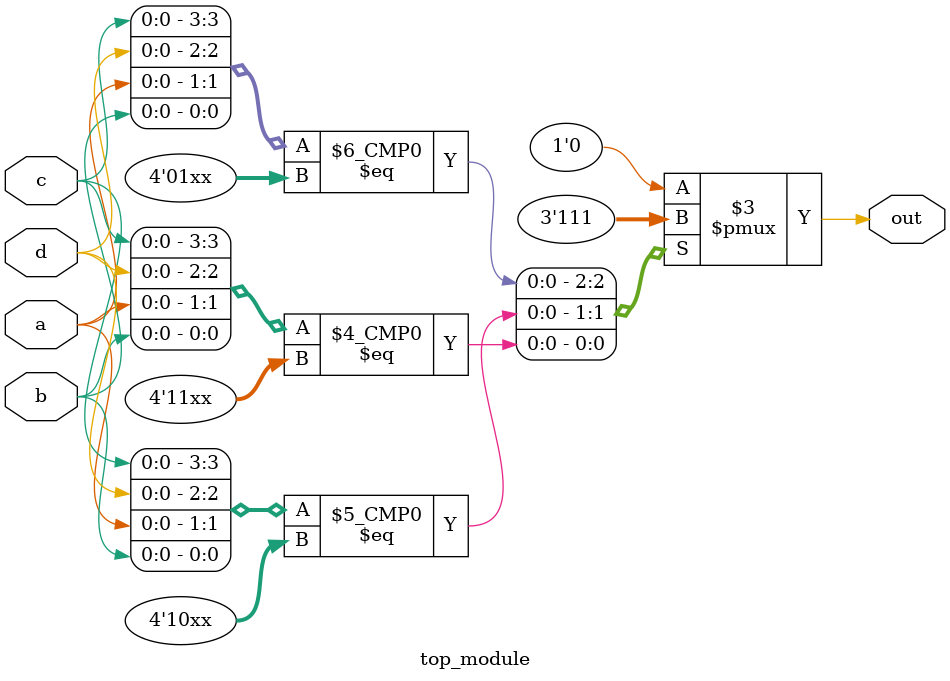
<source format=sv>
module top_module (
    input a,
    input b,
    input c,
    input d,
    output reg out
);

    always @(*)
    begin
        case({c, d, a, b})
            4'b01xx: out = 1;
            4'b10xx: out = 1;
            4'b11xx: out = 1;
            default: out = 0;
        endcase
    end

endmodule

</source>
